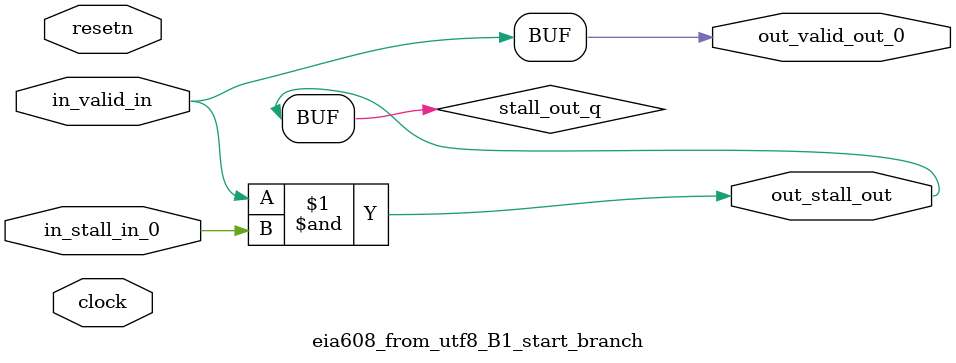
<source format=sv>



(* altera_attribute = "-name AUTO_SHIFT_REGISTER_RECOGNITION OFF; -name MESSAGE_DISABLE 10036; -name MESSAGE_DISABLE 10037; -name MESSAGE_DISABLE 14130; -name MESSAGE_DISABLE 14320; -name MESSAGE_DISABLE 15400; -name MESSAGE_DISABLE 14130; -name MESSAGE_DISABLE 10036; -name MESSAGE_DISABLE 12020; -name MESSAGE_DISABLE 12030; -name MESSAGE_DISABLE 12010; -name MESSAGE_DISABLE 12110; -name MESSAGE_DISABLE 14320; -name MESSAGE_DISABLE 13410; -name MESSAGE_DISABLE 113007; -name MESSAGE_DISABLE 10958" *)
module eia608_from_utf8_B1_start_branch (
    input wire [0:0] in_stall_in_0,
    input wire [0:0] in_valid_in,
    output wire [0:0] out_stall_out,
    output wire [0:0] out_valid_out_0,
    input wire clock,
    input wire resetn
    );

    wire [0:0] stall_out_q;


    // stall_out(LOGICAL,6)
    assign stall_out_q = in_valid_in & in_stall_in_0;

    // out_stall_out(GPOUT,4)
    assign out_stall_out = stall_out_q;

    // out_valid_out_0(GPOUT,5)
    assign out_valid_out_0 = in_valid_in;

endmodule

</source>
